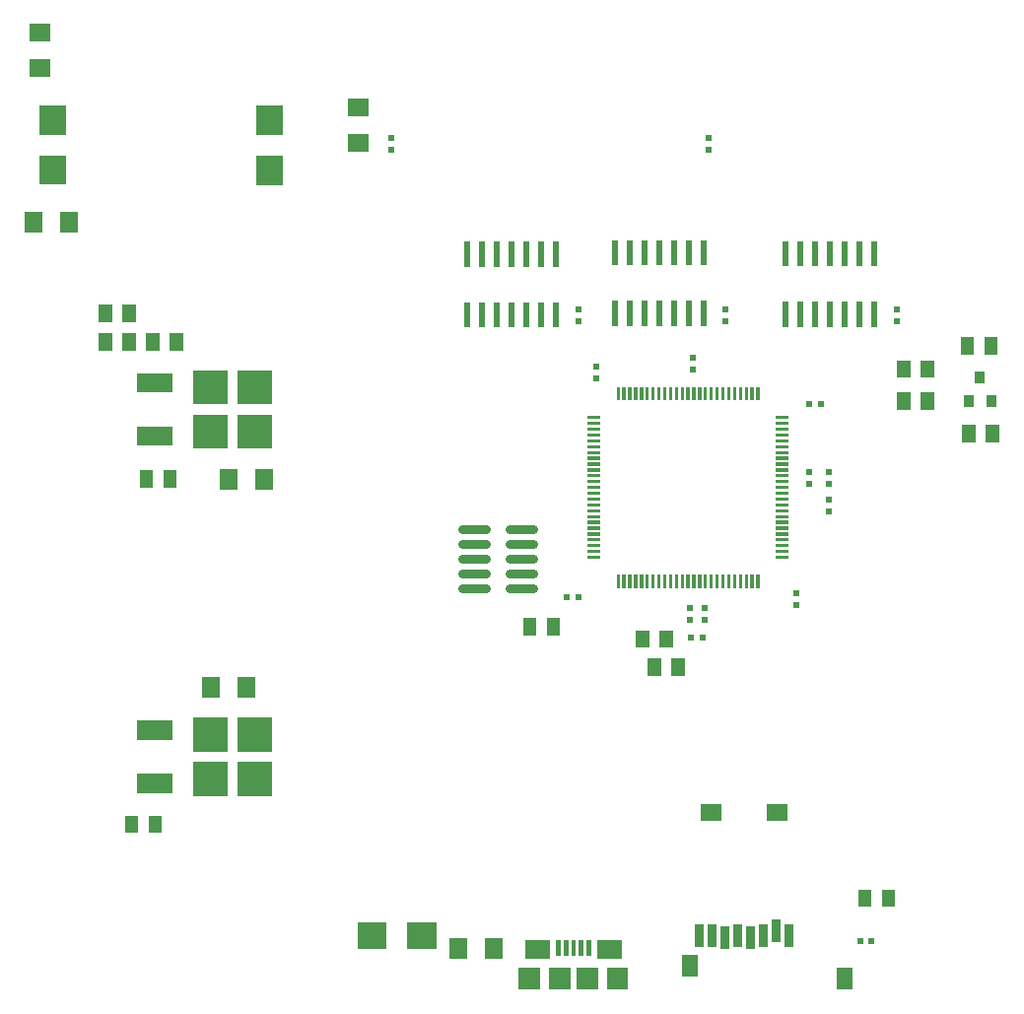
<source format=gtp>
G04 start of page 15 for group -4015 idx -4015 *
G04 Title: (unknown), toppaste *
G04 Creator: pcb 20140316 *
G04 CreationDate: Tue 09 Dec 2014 10:14:49 GMT UTC *
G04 For: michael *
G04 Format: Gerber/RS-274X *
G04 PCB-Dimensions (mil): 3930.00 3937.00 *
G04 PCB-Coordinate-Origin: lower left *
%MOIN*%
%FSLAX25Y25*%
%LNGTP*%
%ADD197R,0.0551X0.0551*%
%ADD196R,0.0315X0.0315*%
%ADD195R,0.0650X0.0650*%
%ADD194R,0.0110X0.0110*%
%ADD193R,0.0600X0.0600*%
%ADD192R,0.0906X0.0906*%
%ADD191C,0.0290*%
%ADD190R,0.0709X0.0709*%
%ADD189R,0.0630X0.0630*%
%ADD188R,0.0158X0.0158*%
%ADD187R,0.0450X0.0450*%
%ADD186C,0.0001*%
%ADD185R,0.0200X0.0200*%
%ADD184R,0.0340X0.0340*%
G54D184*X328809Y201809D02*Y201209D01*
X336609Y201809D02*Y201209D01*
X332709Y210009D02*Y209409D01*
G54D185*X239300Y254950D02*Y248450D01*
X234300Y254950D02*Y248450D01*
X229300Y254950D02*Y248450D01*
X224300Y254950D02*Y248450D01*
X219300Y254950D02*Y248450D01*
X214300Y254950D02*Y248450D01*
X209300Y254950D02*Y248450D01*
Y234450D02*Y227950D01*
X214300Y234450D02*Y227950D01*
X219300Y234450D02*Y227950D01*
X224300Y234450D02*Y227950D01*
X229300Y234450D02*Y227950D01*
X234300Y234450D02*Y227950D01*
X239300Y234450D02*Y227950D01*
G54D186*G36*
X295078Y19785D02*Y17816D01*
X297047D01*
Y19785D01*
X295078D01*
G37*
G36*
X291141D02*Y17816D01*
X293110D01*
Y19785D01*
X291141D01*
G37*
G54D185*X297000Y254700D02*Y248200D01*
X292000Y254700D02*Y248200D01*
X287000Y254700D02*Y248200D01*
X282000Y254700D02*Y248200D01*
X277000Y254700D02*Y248200D01*
X272000Y254700D02*Y248200D01*
X267000Y254700D02*Y248200D01*
Y234200D02*Y227700D01*
X272000Y234200D02*Y227700D01*
X277000Y234200D02*Y227700D01*
X282000Y234200D02*Y227700D01*
X287000Y234200D02*Y227700D01*
X292000Y234200D02*Y227700D01*
X297000Y234200D02*Y227700D01*
X189200Y254550D02*Y248050D01*
X184200Y254550D02*Y248050D01*
X179200Y254550D02*Y248050D01*
X174200Y254550D02*Y248050D01*
X169200Y254550D02*Y248050D01*
X164200Y254550D02*Y248050D01*
X159200Y254550D02*Y248050D01*
Y234050D02*Y227550D01*
X164200Y234050D02*Y227550D01*
X169200Y234050D02*Y227550D01*
X174200Y234050D02*Y227550D01*
X179200Y234050D02*Y227550D01*
X184200Y234050D02*Y227550D01*
X189200Y234050D02*Y227550D01*
G54D187*X222641Y112378D02*Y110978D01*
X230641Y112378D02*Y110978D01*
G54D188*X195225Y18602D02*Y14862D01*
X200343Y18602D02*Y14862D01*
X190107Y18602D02*Y14862D01*
X197784Y18602D02*Y14862D01*
X192666Y18602D02*Y14862D01*
G54D189*X182036Y16240D02*X184004D01*
X206445D02*X208414D01*
G54D190*X180264Y6397D02*Y6003D01*
G54D186*G36*
X186760Y9940D02*Y2460D01*
X194240D01*
Y9940D01*
X186760D01*
G37*
G36*
X196209D02*Y2460D01*
X203689D01*
Y9940D01*
X196209D01*
G37*
G54D190*X210185Y6397D02*Y6003D01*
G54D187*X218600Y121800D02*Y120400D01*
X226600Y121800D02*Y120400D01*
G54D191*X173578Y138391D02*X181678D01*
X173578Y143391D02*X181678D01*
X173578Y148391D02*X181678D01*
X173578Y153391D02*X181678D01*
X173578Y158391D02*X181678D01*
X157578Y138391D02*X165678D01*
X157578Y143391D02*X165678D01*
X157578Y148391D02*X165678D01*
X157578Y153391D02*X165678D01*
X157578Y158391D02*X165678D01*
G54D187*X180500Y125900D02*Y124500D01*
X188500Y125900D02*Y124500D01*
G54D186*G36*
X192016Y136184D02*Y134215D01*
X193985D01*
Y136184D01*
X192016D01*
G37*
G36*
X195953D02*Y134215D01*
X197922D01*
Y136184D01*
X195953D01*
G37*
G36*
X237952Y122685D02*Y120716D01*
X239921D01*
Y122685D01*
X237952D01*
G37*
G36*
X234015D02*Y120716D01*
X235984D01*
Y122685D01*
X234015D01*
G37*
G36*
X238721Y128698D02*Y126729D01*
X240690D01*
Y128698D01*
X238721D01*
G37*
G36*
Y132635D02*Y130666D01*
X240690D01*
Y132635D01*
X238721D01*
G37*
G36*
X278015Y201685D02*Y199716D01*
X279984D01*
Y201685D01*
X278015D01*
G37*
G36*
X274078D02*Y199716D01*
X276047D01*
Y201685D01*
X274078D01*
G37*
G36*
X196015Y233621D02*Y231652D01*
X197984D01*
Y233621D01*
X196015D01*
G37*
G36*
Y229684D02*Y227715D01*
X197984D01*
Y229684D01*
X196015D01*
G37*
G36*
X303515Y233621D02*Y231652D01*
X305484D01*
Y233621D01*
X303515D01*
G37*
G36*
Y229684D02*Y227715D01*
X305484D01*
Y229684D01*
X303515D01*
G37*
G36*
X234515Y217121D02*Y215152D01*
X236484D01*
Y217121D01*
X234515D01*
G37*
G36*
Y213184D02*Y211215D01*
X236484D01*
Y213184D01*
X234515D01*
G37*
G36*
X233579Y128748D02*Y126779D01*
X235548D01*
Y128748D01*
X233579D01*
G37*
G36*
Y132685D02*Y130716D01*
X235548D01*
Y132685D01*
X233579D01*
G37*
G36*
X245515Y233621D02*Y231652D01*
X247484D01*
Y233621D01*
X245515D01*
G37*
G36*
Y229684D02*Y227715D01*
X247484D01*
Y229684D01*
X245515D01*
G37*
G36*
X202015Y214184D02*Y212215D01*
X203984D01*
Y214184D01*
X202015D01*
G37*
G36*
Y210247D02*Y208278D01*
X203984D01*
Y210247D01*
X202015D01*
G37*
G36*
X269516Y133748D02*Y131779D01*
X271485D01*
Y133748D01*
X269516D01*
G37*
G36*
Y137685D02*Y135716D01*
X271485D01*
Y137685D01*
X269516D01*
G37*
G54D192*X19000Y280164D02*Y279377D01*
Y297093D02*Y296306D01*
G54D193*X14100Y326300D02*X15100D01*
X14100Y314300D02*X15100D01*
G54D192*X92500Y280094D02*Y279307D01*
Y297023D02*Y296236D01*
G54D193*X168400Y16900D02*Y15900D01*
X156400Y16900D02*Y15900D01*
G54D192*X126677Y20700D02*X127464D01*
X143606D02*X144393D01*
G54D187*X314859Y213122D02*Y211722D01*
X306859Y213122D02*Y211722D01*
G54D186*G36*
X280515Y178621D02*Y176652D01*
X282484D01*
Y178621D01*
X280515D01*
G37*
G36*
Y174684D02*Y172715D01*
X282484D01*
Y174684D01*
X280515D01*
G37*
G36*
X274015Y178684D02*Y176715D01*
X275984D01*
Y178684D01*
X274015D01*
G37*
G36*
Y174747D02*Y172778D01*
X275984D01*
Y174747D01*
X274015D01*
G37*
G36*
X280516Y165248D02*Y163279D01*
X282485D01*
Y165248D01*
X280516D01*
G37*
G36*
Y169185D02*Y167216D01*
X282485D01*
Y169185D01*
X280516D01*
G37*
G54D194*X200453Y196017D02*X203843D01*
X200453Y194049D02*X203843D01*
X200453Y192080D02*X203843D01*
X200453Y190112D02*X203843D01*
X200453Y188143D02*X203843D01*
X200453Y186175D02*X203843D01*
X200453Y184206D02*X203843D01*
X200453Y182238D02*X203843D01*
X200453Y180269D02*X203843D01*
X200453Y178301D02*X203843D01*
X200453Y176332D02*X203843D01*
X200453Y174364D02*X203843D01*
X200453Y172395D02*X203843D01*
X200453Y170427D02*X203843D01*
X200453Y168458D02*X203843D01*
X200453Y166490D02*X203843D01*
X200453Y164521D02*X203843D01*
X200453Y162553D02*X203843D01*
X200453Y160584D02*X203843D01*
X200453Y158616D02*X203843D01*
X200453Y156647D02*X203843D01*
X200453Y154679D02*X203843D01*
X200453Y152710D02*X203843D01*
X200453Y150742D02*X203843D01*
X200453Y148773D02*X203843D01*
X210331Y142285D02*Y138895D01*
X212299Y142285D02*Y138895D01*
X214268Y142285D02*Y138895D01*
X216236Y142285D02*Y138895D01*
X218205Y142285D02*Y138895D01*
X220173Y142285D02*Y138895D01*
X222142Y142285D02*Y138895D01*
X224110Y142285D02*Y138895D01*
X226079Y142285D02*Y138895D01*
X228047Y142285D02*Y138895D01*
X230016Y142285D02*Y138895D01*
X231984Y142285D02*Y138895D01*
X233953Y142285D02*Y138895D01*
X235921Y142285D02*Y138895D01*
X237890Y142285D02*Y138895D01*
X239858Y142285D02*Y138895D01*
X241827Y142285D02*Y138895D01*
X243795Y142285D02*Y138895D01*
X245764Y142285D02*Y138895D01*
X247732Y142285D02*Y138895D01*
X249701Y142285D02*Y138895D01*
X251669Y142285D02*Y138895D01*
X253638Y142285D02*Y138895D01*
X255606Y142285D02*Y138895D01*
X257575Y142285D02*Y138895D01*
X264063Y148773D02*X267453D01*
X264063Y150741D02*X267453D01*
X264063Y152710D02*X267453D01*
X264063Y154678D02*X267453D01*
X264063Y156647D02*X267453D01*
X264063Y158615D02*X267453D01*
X264063Y160584D02*X267453D01*
X264063Y162552D02*X267453D01*
X264063Y164521D02*X267453D01*
X264063Y166489D02*X267453D01*
X264063Y168458D02*X267453D01*
X264063Y170426D02*X267453D01*
X264063Y172395D02*X267453D01*
X264063Y174363D02*X267453D01*
X264063Y176332D02*X267453D01*
X264063Y178300D02*X267453D01*
X264063Y180269D02*X267453D01*
X264063Y182237D02*X267453D01*
X264063Y184206D02*X267453D01*
X264063Y186174D02*X267453D01*
X264063Y188143D02*X267453D01*
X264063Y190111D02*X267453D01*
X264063Y192080D02*X267453D01*
X264063Y194048D02*X267453D01*
X264063Y196017D02*X267453D01*
X257575Y205895D02*Y202505D01*
X255607Y205895D02*Y202505D01*
X253638Y205895D02*Y202505D01*
X251670Y205895D02*Y202505D01*
X249701Y205895D02*Y202505D01*
X247733Y205895D02*Y202505D01*
X245764Y205895D02*Y202505D01*
X243796Y205895D02*Y202505D01*
X241827Y205895D02*Y202505D01*
X239859Y205895D02*Y202505D01*
X237890Y205895D02*Y202505D01*
X235922Y205895D02*Y202505D01*
X233953Y205895D02*Y202505D01*
X231985Y205895D02*Y202505D01*
X230016Y205895D02*Y202505D01*
X228048Y205895D02*Y202505D01*
X226079Y205895D02*Y202505D01*
X224111Y205895D02*Y202505D01*
X222142Y205895D02*Y202505D01*
X220174Y205895D02*Y202505D01*
X218205Y205895D02*Y202505D01*
X216237Y205895D02*Y202505D01*
X214268Y205895D02*Y202505D01*
X212300Y205895D02*Y202505D01*
X210331Y205895D02*Y202505D01*
G54D187*X301720Y34106D02*Y32706D01*
X293720Y34106D02*Y32706D01*
G54D186*G36*
X81750Y79450D02*Y67950D01*
X93250D01*
Y79450D01*
X81750D01*
G37*
G36*
Y94450D02*Y82950D01*
X93250D01*
Y94450D01*
X81750D01*
G37*
G36*
X66750Y79450D02*Y67950D01*
X78250D01*
Y79450D01*
X66750D01*
G37*
G36*
Y94450D02*Y82950D01*
X78250D01*
Y94450D01*
X66750D01*
G37*
G54D195*X51000Y72200D02*X56500D01*
X51000Y90200D02*X56500D01*
G54D187*X45706Y59180D02*Y57780D01*
X53706Y59180D02*Y57780D01*
G54D186*G36*
X81750Y196950D02*Y185450D01*
X93250D01*
Y196950D01*
X81750D01*
G37*
G36*
Y211950D02*Y200450D01*
X93250D01*
Y211950D01*
X81750D01*
G37*
G36*
X66750Y196950D02*Y185450D01*
X78250D01*
Y196950D01*
X66750D01*
G37*
G36*
Y211950D02*Y200450D01*
X78250D01*
Y211950D01*
X66750D01*
G37*
G54D195*X51000Y189700D02*X56500D01*
X51000Y207700D02*X56500D01*
G54D187*X58823Y175912D02*Y174512D01*
X50823Y175912D02*Y174512D01*
G54D196*X268055Y23101D02*Y18601D01*
X263724Y24676D02*Y20176D01*
X259394Y23101D02*Y18601D01*
X255063Y22313D02*Y17813D01*
X250732Y23101D02*Y18601D01*
X246402Y22313D02*Y17813D01*
X242071Y23101D02*Y18601D01*
X237740Y23101D02*Y18601D01*
G54D197*X234591Y11683D02*Y9715D01*
X240890Y62471D02*X242465D01*
X263331D02*X264906D01*
X286953Y7353D02*Y5384D01*
G54D187*X329000Y191400D02*Y190000D01*
X337000Y191400D02*Y190000D01*
X328500Y220900D02*Y219500D01*
X336500Y220900D02*Y219500D01*
X37000Y231900D02*Y230500D01*
X45000Y231900D02*Y230500D01*
X37000Y222400D02*Y221000D01*
X45000Y222400D02*Y221000D01*
X53000Y222400D02*Y221000D01*
X61000Y222400D02*Y221000D01*
G54D186*G36*
X132515Y291621D02*Y289652D01*
X134484D01*
Y291621D01*
X132515D01*
G37*
G36*
Y287684D02*Y285715D01*
X134484D01*
Y287684D01*
X132515D01*
G37*
G36*
X240050Y291556D02*Y289588D01*
X242020D01*
Y291556D01*
X240050D01*
G37*
G36*
Y287620D02*Y285650D01*
X242020D01*
Y287620D01*
X240050D01*
G37*
G54D193*X72500Y105200D02*Y104200D01*
X84500Y105200D02*Y104200D01*
X12500Y262700D02*Y261700D01*
X24500Y262700D02*Y261700D01*
X78500Y175700D02*Y174700D01*
X90500Y175700D02*Y174700D01*
X122000Y300900D02*X123000D01*
X122000Y288900D02*X123000D01*
G54D187*X306900Y202200D02*Y200800D01*
X314900Y202200D02*Y200800D01*
M02*

</source>
